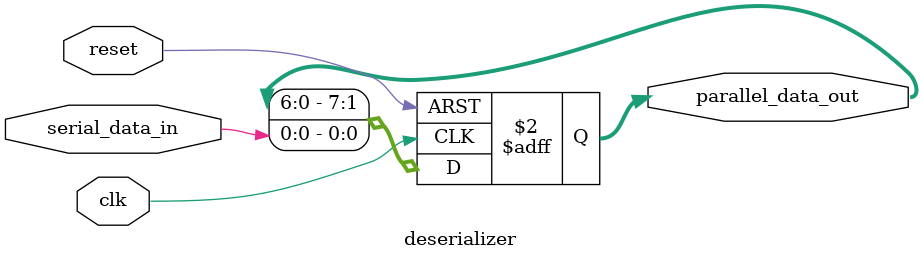
<source format=v>
`timescale 1 ns /1 ps
module deserializer (
	clk,
	reset,
	serial_data_in,
	parallel_data_out);

input clk;
input reset;
input serial_data_in;
output reg [7:0] parallel_data_out;

always @ ( posedge clk or posedge reset)
begin
  if (reset)
    parallel_data_out <= 8'b0;
  else
    parallel_data_out[7:0] <= {parallel_data_out[6:0],serial_data_in};
end
endmodule
</source>
